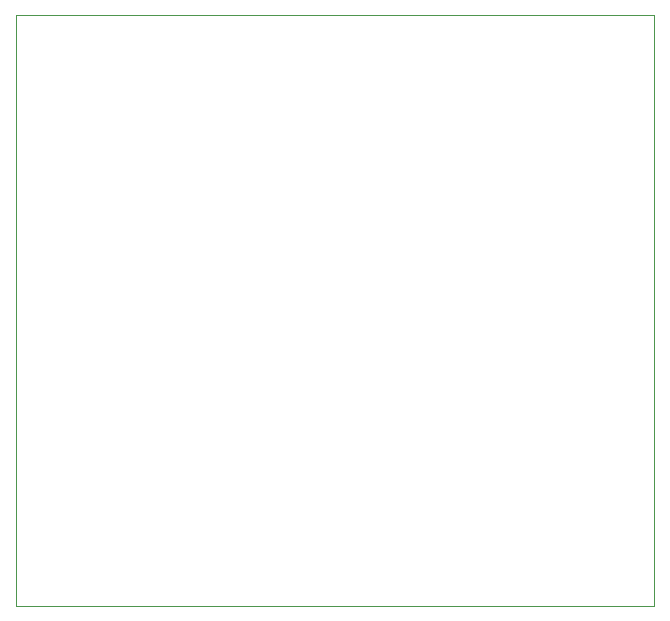
<source format=gbr>
G04 #@! TF.GenerationSoftware,KiCad,Pcbnew,(5.1.7)-1*
G04 #@! TF.CreationDate,2020-12-25T11:22:56+09:00*
G04 #@! TF.ProjectId,Ctrl_Arduino,4374726c-5f41-4726-9475-696e6f2e6b69,rev?*
G04 #@! TF.SameCoordinates,Original*
G04 #@! TF.FileFunction,Profile,NP*
%FSLAX46Y46*%
G04 Gerber Fmt 4.6, Leading zero omitted, Abs format (unit mm)*
G04 Created by KiCad (PCBNEW (5.1.7)-1) date 2020-12-25 11:22:56*
%MOMM*%
%LPD*%
G01*
G04 APERTURE LIST*
G04 #@! TA.AperFunction,Profile*
%ADD10C,0.050000*%
G04 #@! TD*
G04 APERTURE END LIST*
D10*
X127000000Y-149700000D02*
X127000000Y-99700000D01*
X73000000Y-149700000D02*
X73000000Y-99700000D01*
X73700000Y-149700000D02*
X73000000Y-149700000D01*
X127000000Y-149700000D02*
X73700000Y-149700000D01*
X73000000Y-99700000D02*
X127000000Y-99700000D01*
M02*

</source>
